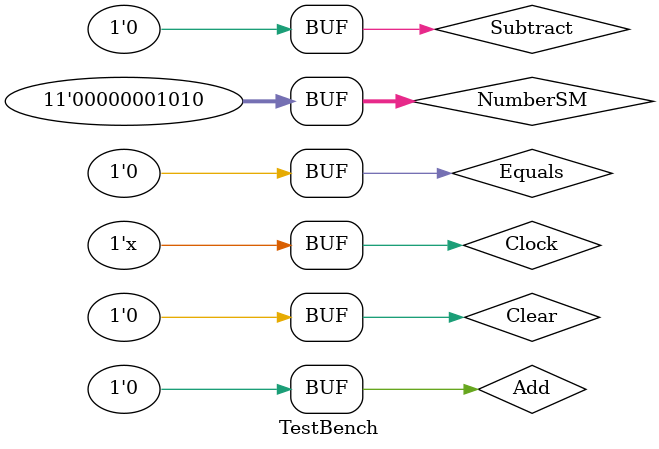
<source format=v>
`timescale 1ns/100ps
module TestBench();
	parameter WIDTH = 11;							// Data bit width

// Inputs and Outputs
	reg Clock;
	reg Clear;											// C button
	reg Equals;											// = button: displays result so far; does not repeat previous operation
	reg Add;												// + button
	reg Subtract;										// - button
	reg Multiply;										// x button (multiply)
	reg Divide;											// Divide button
	reg [WIDTH-1:0] NumberSM; 					// Must be entered in sign-magnitude on SW[W-1:0]
	wire signed [WIDTH-1:0] Result;
	wire Overflow;
	wire CantDisplay;
	wire [4:0] State;

	wire signed [WIDTH-1:0] NumberTC;
	SM2TC #(.width(WIDTH)) SM2TC1(NumberSM, NumberTC);
	FourFuncCalc #(.W(WIDTH)) FFC(Clock, Clear, Equals, Add, Subtract, Multiply, Divide, NumberSM, Result, Overflow, State);

	
// Define 10 ns Clock
	always #5 Clock = ~Clock;

	initial
	begin
		Clock = 0; Clear = 1;
		#20; Clear = 0;

	
//  1 + 3 - 4 = -1
      #10; NumberSM = 1;
		#20; Add = 1;
		#20; Add = 0;
		
		#10; Equals = 1; NumberSM = 3;
		#10; Equals = 0;

		#20; Subtract = 1;
		#20; Subtract = 0;
		#20; Equals = 1; NumberSM = 4; 
		#20; Equals = 0;

      #20; Clear = 1;
		#20; Clear = 0;
         
//  1023 + -1023 = 0
		#10; Equals = 1; NumberSM = 1023;
		#10; Equals = 0;
        
      #20; Add = 1;
      #20; Add = 0;
      #20; Equals = 1; NumberSM = 1023; NumberSM[10] = 1;
		#20; Equals = 0;
        
      #20; Clear = 1;
		#20; Clear = 0;
		
//  1023 + 10 = 1033 (Overflow)
      #10; Equals = 1; NumberSM = 1023;
		#10; Equals = 0;
        
      #20; Add = 1;
      #20; Add = 0;
      #20; Equals = 1; NumberSM = 10; 
		#20; Equals = 0;
		
		end

endmodule
</source>
